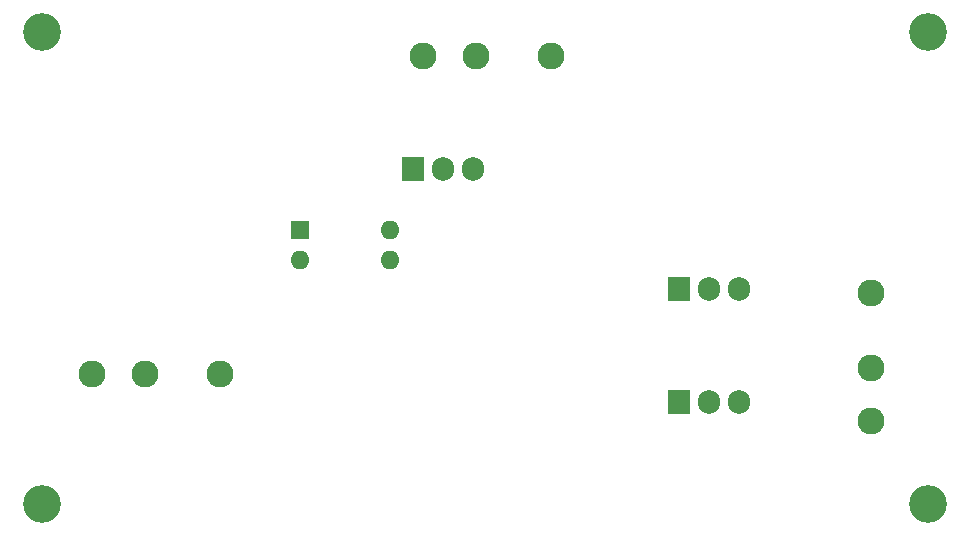
<source format=gbr>
%TF.GenerationSoftware,KiCad,Pcbnew,9.0.0*%
%TF.CreationDate,2025-04-18T20:07:31-05:00*%
%TF.ProjectId,RML,524d4c2e-6b69-4636-9164-5f7063625858,rev?*%
%TF.SameCoordinates,PX3473bc0PY2160ec0*%
%TF.FileFunction,Soldermask,Bot*%
%TF.FilePolarity,Negative*%
%FSLAX46Y46*%
G04 Gerber Fmt 4.6, Leading zero omitted, Abs format (unit mm)*
G04 Created by KiCad (PCBNEW 9.0.0) date 2025-04-18 20:07:31*
%MOMM*%
%LPD*%
G01*
G04 APERTURE LIST*
%ADD10R,1.905000X2.000000*%
%ADD11O,1.905000X2.000000*%
%ADD12C,3.200000*%
%ADD13R,1.600000X1.600000*%
%ADD14O,1.600000X1.600000*%
%ADD15C,2.286000*%
G04 APERTURE END LIST*
D10*
%TO.C,Q102*%
X58960000Y-26745000D03*
D11*
X61500000Y-26745000D03*
X64040000Y-26745000D03*
%TD*%
D12*
%TO.C,H103*%
X5000000Y-45000000D03*
%TD*%
D13*
%TO.C,U103*%
X26878000Y-21795000D03*
D14*
X26878000Y-24335000D03*
X34498000Y-24335000D03*
X34498000Y-21795000D03*
%TD*%
D12*
%TO.C,H104*%
X5000000Y-5000000D03*
%TD*%
D15*
%TO.C,U101*%
X13714000Y-34000000D03*
X20064000Y-34000000D03*
X9269000Y-34000000D03*
%TD*%
D12*
%TO.C,H101*%
X80000000Y-45000000D03*
%TD*%
D15*
%TO.C,U106*%
X41714000Y-7000000D03*
X48064000Y-7000000D03*
X37269000Y-7000000D03*
%TD*%
D10*
%TO.C,U107*%
X36420000Y-16611000D03*
D11*
X38960000Y-16611000D03*
X41500000Y-16611000D03*
%TD*%
D10*
%TO.C,Q101*%
X58920000Y-36300000D03*
D11*
X61460000Y-36300000D03*
X64000000Y-36300000D03*
%TD*%
D12*
%TO.C,H102*%
X80000000Y-5000000D03*
%TD*%
D15*
%TO.C,U105*%
X75200000Y-33486000D03*
X75200000Y-27136000D03*
X75200000Y-37931000D03*
%TD*%
M02*

</source>
